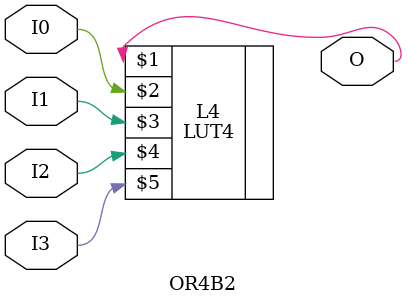
<source format=v>


`timescale  1 ps / 1 ps


module OR4B2 (O, I0, I1, I2, I3);

    output O;

    input  I0, I1, I2, I3;

    LUT4 #(.INIT(16'hFFF7)) L4 (O, I0, I1, I2, I3);

endmodule

</source>
